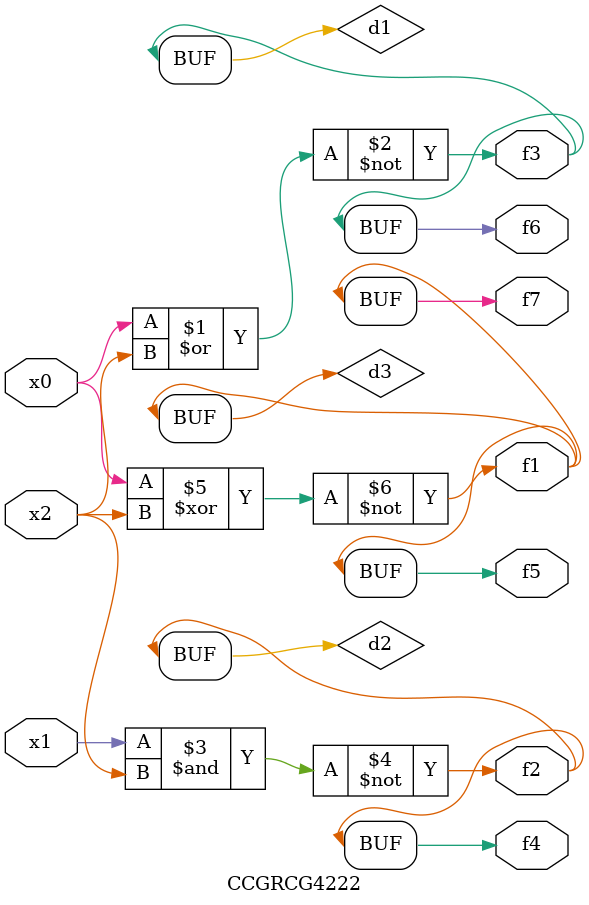
<source format=v>
module CCGRCG4222(
	input x0, x1, x2,
	output f1, f2, f3, f4, f5, f6, f7
);

	wire d1, d2, d3;

	nor (d1, x0, x2);
	nand (d2, x1, x2);
	xnor (d3, x0, x2);
	assign f1 = d3;
	assign f2 = d2;
	assign f3 = d1;
	assign f4 = d2;
	assign f5 = d3;
	assign f6 = d1;
	assign f7 = d3;
endmodule

</source>
